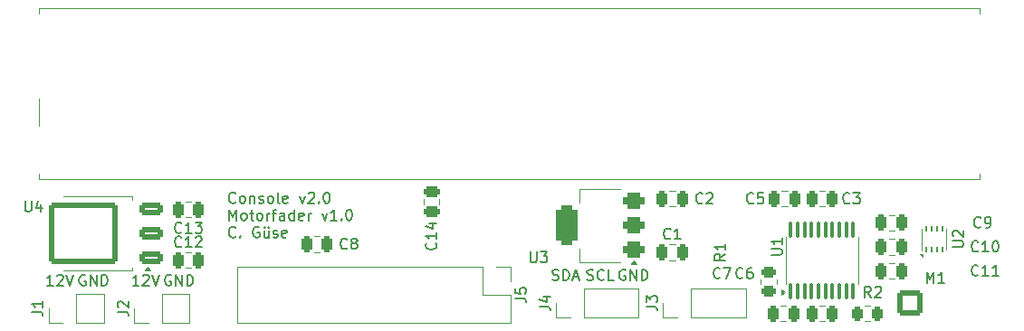
<source format=gto>
G04 #@! TF.GenerationSoftware,KiCad,Pcbnew,8.0.4*
G04 #@! TF.CreationDate,2024-09-22T20:29:30+02:00*
G04 #@! TF.ProjectId,Fader_Single,46616465-725f-4536-996e-676c652e6b69,rev?*
G04 #@! TF.SameCoordinates,Original*
G04 #@! TF.FileFunction,Legend,Top*
G04 #@! TF.FilePolarity,Positive*
%FSLAX46Y46*%
G04 Gerber Fmt 4.6, Leading zero omitted, Abs format (unit mm)*
G04 Created by KiCad (PCBNEW 8.0.4) date 2024-09-22 20:29:30*
%MOMM*%
%LPD*%
G01*
G04 APERTURE LIST*
G04 Aperture macros list*
%AMRoundRect*
0 Rectangle with rounded corners*
0 $1 Rounding radius*
0 $2 $3 $4 $5 $6 $7 $8 $9 X,Y pos of 4 corners*
0 Add a 4 corners polygon primitive as box body*
4,1,4,$2,$3,$4,$5,$6,$7,$8,$9,$2,$3,0*
0 Add four circle primitives for the rounded corners*
1,1,$1+$1,$2,$3*
1,1,$1+$1,$4,$5*
1,1,$1+$1,$6,$7*
1,1,$1+$1,$8,$9*
0 Add four rect primitives between the rounded corners*
20,1,$1+$1,$2,$3,$4,$5,0*
20,1,$1+$1,$4,$5,$6,$7,0*
20,1,$1+$1,$6,$7,$8,$9,0*
20,1,$1+$1,$8,$9,$2,$3,0*%
G04 Aperture macros list end*
%ADD10C,0.150000*%
%ADD11C,0.120000*%
%ADD12C,0.100000*%
%ADD13RoundRect,0.100000X0.100000X-0.637500X0.100000X0.637500X-0.100000X0.637500X-0.100000X-0.637500X0*%
%ADD14RoundRect,0.250000X0.850000X0.350000X-0.850000X0.350000X-0.850000X-0.350000X0.850000X-0.350000X0*%
%ADD15RoundRect,0.249997X2.950003X2.650003X-2.950003X2.650003X-2.950003X-2.650003X2.950003X-2.650003X0*%
%ADD16RoundRect,0.375000X0.625000X0.375000X-0.625000X0.375000X-0.625000X-0.375000X0.625000X-0.375000X0*%
%ADD17RoundRect,0.500000X0.500000X1.400000X-0.500000X1.400000X-0.500000X-1.400000X0.500000X-1.400000X0*%
%ADD18RoundRect,0.062500X0.062500X-0.187500X0.062500X0.187500X-0.062500X0.187500X-0.062500X-0.187500X0*%
%ADD19R,1.600000X0.900000*%
%ADD20RoundRect,0.250000X0.262500X0.450000X-0.262500X0.450000X-0.262500X-0.450000X0.262500X-0.450000X0*%
%ADD21RoundRect,0.250000X-0.450000X0.262500X-0.450000X-0.262500X0.450000X-0.262500X0.450000X0.262500X0*%
%ADD22RoundRect,0.250001X-0.899999X-0.899999X0.899999X-0.899999X0.899999X0.899999X-0.899999X0.899999X0*%
%ADD23C,2.300000*%
%ADD24R,1.700000X1.700000*%
%ADD25O,1.700000X1.700000*%
%ADD26RoundRect,0.250000X-0.475000X0.250000X-0.475000X-0.250000X0.475000X-0.250000X0.475000X0.250000X0*%
%ADD27RoundRect,0.250000X-0.250000X-0.475000X0.250000X-0.475000X0.250000X0.475000X-0.250000X0.475000X0*%
%ADD28RoundRect,0.250000X0.250000X0.475000X-0.250000X0.475000X-0.250000X-0.475000X0.250000X-0.475000X0*%
%ADD29C,3.000000*%
%ADD30C,2.000000*%
G04 APERTURE END LIST*
D10*
X161610588Y-103417438D02*
X161515350Y-103369819D01*
X161515350Y-103369819D02*
X161372493Y-103369819D01*
X161372493Y-103369819D02*
X161229636Y-103417438D01*
X161229636Y-103417438D02*
X161134398Y-103512676D01*
X161134398Y-103512676D02*
X161086779Y-103607914D01*
X161086779Y-103607914D02*
X161039160Y-103798390D01*
X161039160Y-103798390D02*
X161039160Y-103941247D01*
X161039160Y-103941247D02*
X161086779Y-104131723D01*
X161086779Y-104131723D02*
X161134398Y-104226961D01*
X161134398Y-104226961D02*
X161229636Y-104322200D01*
X161229636Y-104322200D02*
X161372493Y-104369819D01*
X161372493Y-104369819D02*
X161467731Y-104369819D01*
X161467731Y-104369819D02*
X161610588Y-104322200D01*
X161610588Y-104322200D02*
X161658207Y-104274580D01*
X161658207Y-104274580D02*
X161658207Y-103941247D01*
X161658207Y-103941247D02*
X161467731Y-103941247D01*
X162086779Y-104369819D02*
X162086779Y-103369819D01*
X162086779Y-103369819D02*
X162658207Y-104369819D01*
X162658207Y-104369819D02*
X162658207Y-103369819D01*
X163134398Y-104369819D02*
X163134398Y-103369819D01*
X163134398Y-103369819D02*
X163372493Y-103369819D01*
X163372493Y-103369819D02*
X163515350Y-103417438D01*
X163515350Y-103417438D02*
X163610588Y-103512676D01*
X163610588Y-103512676D02*
X163658207Y-103607914D01*
X163658207Y-103607914D02*
X163705826Y-103798390D01*
X163705826Y-103798390D02*
X163705826Y-103941247D01*
X163705826Y-103941247D02*
X163658207Y-104131723D01*
X163658207Y-104131723D02*
X163610588Y-104226961D01*
X163610588Y-104226961D02*
X163515350Y-104322200D01*
X163515350Y-104322200D02*
X163372493Y-104369819D01*
X163372493Y-104369819D02*
X163134398Y-104369819D01*
X158039160Y-104322200D02*
X158182017Y-104369819D01*
X158182017Y-104369819D02*
X158420112Y-104369819D01*
X158420112Y-104369819D02*
X158515350Y-104322200D01*
X158515350Y-104322200D02*
X158562969Y-104274580D01*
X158562969Y-104274580D02*
X158610588Y-104179342D01*
X158610588Y-104179342D02*
X158610588Y-104084104D01*
X158610588Y-104084104D02*
X158562969Y-103988866D01*
X158562969Y-103988866D02*
X158515350Y-103941247D01*
X158515350Y-103941247D02*
X158420112Y-103893628D01*
X158420112Y-103893628D02*
X158229636Y-103846009D01*
X158229636Y-103846009D02*
X158134398Y-103798390D01*
X158134398Y-103798390D02*
X158086779Y-103750771D01*
X158086779Y-103750771D02*
X158039160Y-103655533D01*
X158039160Y-103655533D02*
X158039160Y-103560295D01*
X158039160Y-103560295D02*
X158086779Y-103465057D01*
X158086779Y-103465057D02*
X158134398Y-103417438D01*
X158134398Y-103417438D02*
X158229636Y-103369819D01*
X158229636Y-103369819D02*
X158467731Y-103369819D01*
X158467731Y-103369819D02*
X158610588Y-103417438D01*
X159610588Y-104274580D02*
X159562969Y-104322200D01*
X159562969Y-104322200D02*
X159420112Y-104369819D01*
X159420112Y-104369819D02*
X159324874Y-104369819D01*
X159324874Y-104369819D02*
X159182017Y-104322200D01*
X159182017Y-104322200D02*
X159086779Y-104226961D01*
X159086779Y-104226961D02*
X159039160Y-104131723D01*
X159039160Y-104131723D02*
X158991541Y-103941247D01*
X158991541Y-103941247D02*
X158991541Y-103798390D01*
X158991541Y-103798390D02*
X159039160Y-103607914D01*
X159039160Y-103607914D02*
X159086779Y-103512676D01*
X159086779Y-103512676D02*
X159182017Y-103417438D01*
X159182017Y-103417438D02*
X159324874Y-103369819D01*
X159324874Y-103369819D02*
X159420112Y-103369819D01*
X159420112Y-103369819D02*
X159562969Y-103417438D01*
X159562969Y-103417438D02*
X159610588Y-103465057D01*
X160515350Y-104369819D02*
X160039160Y-104369819D01*
X160039160Y-104369819D02*
X160039160Y-103369819D01*
X154789160Y-104322200D02*
X154932017Y-104369819D01*
X154932017Y-104369819D02*
X155170112Y-104369819D01*
X155170112Y-104369819D02*
X155265350Y-104322200D01*
X155265350Y-104322200D02*
X155312969Y-104274580D01*
X155312969Y-104274580D02*
X155360588Y-104179342D01*
X155360588Y-104179342D02*
X155360588Y-104084104D01*
X155360588Y-104084104D02*
X155312969Y-103988866D01*
X155312969Y-103988866D02*
X155265350Y-103941247D01*
X155265350Y-103941247D02*
X155170112Y-103893628D01*
X155170112Y-103893628D02*
X154979636Y-103846009D01*
X154979636Y-103846009D02*
X154884398Y-103798390D01*
X154884398Y-103798390D02*
X154836779Y-103750771D01*
X154836779Y-103750771D02*
X154789160Y-103655533D01*
X154789160Y-103655533D02*
X154789160Y-103560295D01*
X154789160Y-103560295D02*
X154836779Y-103465057D01*
X154836779Y-103465057D02*
X154884398Y-103417438D01*
X154884398Y-103417438D02*
X154979636Y-103369819D01*
X154979636Y-103369819D02*
X155217731Y-103369819D01*
X155217731Y-103369819D02*
X155360588Y-103417438D01*
X155789160Y-104369819D02*
X155789160Y-103369819D01*
X155789160Y-103369819D02*
X156027255Y-103369819D01*
X156027255Y-103369819D02*
X156170112Y-103417438D01*
X156170112Y-103417438D02*
X156265350Y-103512676D01*
X156265350Y-103512676D02*
X156312969Y-103607914D01*
X156312969Y-103607914D02*
X156360588Y-103798390D01*
X156360588Y-103798390D02*
X156360588Y-103941247D01*
X156360588Y-103941247D02*
X156312969Y-104131723D01*
X156312969Y-104131723D02*
X156265350Y-104226961D01*
X156265350Y-104226961D02*
X156170112Y-104322200D01*
X156170112Y-104322200D02*
X156027255Y-104369819D01*
X156027255Y-104369819D02*
X155789160Y-104369819D01*
X156741541Y-104084104D02*
X157217731Y-104084104D01*
X156646303Y-104369819D02*
X156979636Y-103369819D01*
X156979636Y-103369819D02*
X157312969Y-104369819D01*
X116110588Y-104869819D02*
X115539160Y-104869819D01*
X115824874Y-104869819D02*
X115824874Y-103869819D01*
X115824874Y-103869819D02*
X115729636Y-104012676D01*
X115729636Y-104012676D02*
X115634398Y-104107914D01*
X115634398Y-104107914D02*
X115539160Y-104155533D01*
X116491541Y-103965057D02*
X116539160Y-103917438D01*
X116539160Y-103917438D02*
X116634398Y-103869819D01*
X116634398Y-103869819D02*
X116872493Y-103869819D01*
X116872493Y-103869819D02*
X116967731Y-103917438D01*
X116967731Y-103917438D02*
X117015350Y-103965057D01*
X117015350Y-103965057D02*
X117062969Y-104060295D01*
X117062969Y-104060295D02*
X117062969Y-104155533D01*
X117062969Y-104155533D02*
X117015350Y-104298390D01*
X117015350Y-104298390D02*
X116443922Y-104869819D01*
X116443922Y-104869819D02*
X117062969Y-104869819D01*
X117348684Y-103869819D02*
X117682017Y-104869819D01*
X117682017Y-104869819D02*
X118015350Y-103869819D01*
X119110588Y-103917438D02*
X119015350Y-103869819D01*
X119015350Y-103869819D02*
X118872493Y-103869819D01*
X118872493Y-103869819D02*
X118729636Y-103917438D01*
X118729636Y-103917438D02*
X118634398Y-104012676D01*
X118634398Y-104012676D02*
X118586779Y-104107914D01*
X118586779Y-104107914D02*
X118539160Y-104298390D01*
X118539160Y-104298390D02*
X118539160Y-104441247D01*
X118539160Y-104441247D02*
X118586779Y-104631723D01*
X118586779Y-104631723D02*
X118634398Y-104726961D01*
X118634398Y-104726961D02*
X118729636Y-104822200D01*
X118729636Y-104822200D02*
X118872493Y-104869819D01*
X118872493Y-104869819D02*
X118967731Y-104869819D01*
X118967731Y-104869819D02*
X119110588Y-104822200D01*
X119110588Y-104822200D02*
X119158207Y-104774580D01*
X119158207Y-104774580D02*
X119158207Y-104441247D01*
X119158207Y-104441247D02*
X118967731Y-104441247D01*
X119586779Y-104869819D02*
X119586779Y-103869819D01*
X119586779Y-103869819D02*
X120158207Y-104869819D01*
X120158207Y-104869819D02*
X120158207Y-103869819D01*
X120634398Y-104869819D02*
X120634398Y-103869819D01*
X120634398Y-103869819D02*
X120872493Y-103869819D01*
X120872493Y-103869819D02*
X121015350Y-103917438D01*
X121015350Y-103917438D02*
X121110588Y-104012676D01*
X121110588Y-104012676D02*
X121158207Y-104107914D01*
X121158207Y-104107914D02*
X121205826Y-104298390D01*
X121205826Y-104298390D02*
X121205826Y-104441247D01*
X121205826Y-104441247D02*
X121158207Y-104631723D01*
X121158207Y-104631723D02*
X121110588Y-104726961D01*
X121110588Y-104726961D02*
X121015350Y-104822200D01*
X121015350Y-104822200D02*
X120872493Y-104869819D01*
X120872493Y-104869819D02*
X120634398Y-104869819D01*
X111110588Y-103917438D02*
X111015350Y-103869819D01*
X111015350Y-103869819D02*
X110872493Y-103869819D01*
X110872493Y-103869819D02*
X110729636Y-103917438D01*
X110729636Y-103917438D02*
X110634398Y-104012676D01*
X110634398Y-104012676D02*
X110586779Y-104107914D01*
X110586779Y-104107914D02*
X110539160Y-104298390D01*
X110539160Y-104298390D02*
X110539160Y-104441247D01*
X110539160Y-104441247D02*
X110586779Y-104631723D01*
X110586779Y-104631723D02*
X110634398Y-104726961D01*
X110634398Y-104726961D02*
X110729636Y-104822200D01*
X110729636Y-104822200D02*
X110872493Y-104869819D01*
X110872493Y-104869819D02*
X110967731Y-104869819D01*
X110967731Y-104869819D02*
X111110588Y-104822200D01*
X111110588Y-104822200D02*
X111158207Y-104774580D01*
X111158207Y-104774580D02*
X111158207Y-104441247D01*
X111158207Y-104441247D02*
X110967731Y-104441247D01*
X111586779Y-104869819D02*
X111586779Y-103869819D01*
X111586779Y-103869819D02*
X112158207Y-104869819D01*
X112158207Y-104869819D02*
X112158207Y-103869819D01*
X112634398Y-104869819D02*
X112634398Y-103869819D01*
X112634398Y-103869819D02*
X112872493Y-103869819D01*
X112872493Y-103869819D02*
X113015350Y-103917438D01*
X113015350Y-103917438D02*
X113110588Y-104012676D01*
X113110588Y-104012676D02*
X113158207Y-104107914D01*
X113158207Y-104107914D02*
X113205826Y-104298390D01*
X113205826Y-104298390D02*
X113205826Y-104441247D01*
X113205826Y-104441247D02*
X113158207Y-104631723D01*
X113158207Y-104631723D02*
X113110588Y-104726961D01*
X113110588Y-104726961D02*
X113015350Y-104822200D01*
X113015350Y-104822200D02*
X112872493Y-104869819D01*
X112872493Y-104869819D02*
X112634398Y-104869819D01*
X108110588Y-104869819D02*
X107539160Y-104869819D01*
X107824874Y-104869819D02*
X107824874Y-103869819D01*
X107824874Y-103869819D02*
X107729636Y-104012676D01*
X107729636Y-104012676D02*
X107634398Y-104107914D01*
X107634398Y-104107914D02*
X107539160Y-104155533D01*
X108491541Y-103965057D02*
X108539160Y-103917438D01*
X108539160Y-103917438D02*
X108634398Y-103869819D01*
X108634398Y-103869819D02*
X108872493Y-103869819D01*
X108872493Y-103869819D02*
X108967731Y-103917438D01*
X108967731Y-103917438D02*
X109015350Y-103965057D01*
X109015350Y-103965057D02*
X109062969Y-104060295D01*
X109062969Y-104060295D02*
X109062969Y-104155533D01*
X109062969Y-104155533D02*
X109015350Y-104298390D01*
X109015350Y-104298390D02*
X108443922Y-104869819D01*
X108443922Y-104869819D02*
X109062969Y-104869819D01*
X109348684Y-103869819D02*
X109682017Y-104869819D01*
X109682017Y-104869819D02*
X110015350Y-103869819D01*
X125158207Y-97054692D02*
X125110588Y-97102312D01*
X125110588Y-97102312D02*
X124967731Y-97149931D01*
X124967731Y-97149931D02*
X124872493Y-97149931D01*
X124872493Y-97149931D02*
X124729636Y-97102312D01*
X124729636Y-97102312D02*
X124634398Y-97007073D01*
X124634398Y-97007073D02*
X124586779Y-96911835D01*
X124586779Y-96911835D02*
X124539160Y-96721359D01*
X124539160Y-96721359D02*
X124539160Y-96578502D01*
X124539160Y-96578502D02*
X124586779Y-96388026D01*
X124586779Y-96388026D02*
X124634398Y-96292788D01*
X124634398Y-96292788D02*
X124729636Y-96197550D01*
X124729636Y-96197550D02*
X124872493Y-96149931D01*
X124872493Y-96149931D02*
X124967731Y-96149931D01*
X124967731Y-96149931D02*
X125110588Y-96197550D01*
X125110588Y-96197550D02*
X125158207Y-96245169D01*
X125729636Y-97149931D02*
X125634398Y-97102312D01*
X125634398Y-97102312D02*
X125586779Y-97054692D01*
X125586779Y-97054692D02*
X125539160Y-96959454D01*
X125539160Y-96959454D02*
X125539160Y-96673740D01*
X125539160Y-96673740D02*
X125586779Y-96578502D01*
X125586779Y-96578502D02*
X125634398Y-96530883D01*
X125634398Y-96530883D02*
X125729636Y-96483264D01*
X125729636Y-96483264D02*
X125872493Y-96483264D01*
X125872493Y-96483264D02*
X125967731Y-96530883D01*
X125967731Y-96530883D02*
X126015350Y-96578502D01*
X126015350Y-96578502D02*
X126062969Y-96673740D01*
X126062969Y-96673740D02*
X126062969Y-96959454D01*
X126062969Y-96959454D02*
X126015350Y-97054692D01*
X126015350Y-97054692D02*
X125967731Y-97102312D01*
X125967731Y-97102312D02*
X125872493Y-97149931D01*
X125872493Y-97149931D02*
X125729636Y-97149931D01*
X126491541Y-96483264D02*
X126491541Y-97149931D01*
X126491541Y-96578502D02*
X126539160Y-96530883D01*
X126539160Y-96530883D02*
X126634398Y-96483264D01*
X126634398Y-96483264D02*
X126777255Y-96483264D01*
X126777255Y-96483264D02*
X126872493Y-96530883D01*
X126872493Y-96530883D02*
X126920112Y-96626121D01*
X126920112Y-96626121D02*
X126920112Y-97149931D01*
X127348684Y-97102312D02*
X127443922Y-97149931D01*
X127443922Y-97149931D02*
X127634398Y-97149931D01*
X127634398Y-97149931D02*
X127729636Y-97102312D01*
X127729636Y-97102312D02*
X127777255Y-97007073D01*
X127777255Y-97007073D02*
X127777255Y-96959454D01*
X127777255Y-96959454D02*
X127729636Y-96864216D01*
X127729636Y-96864216D02*
X127634398Y-96816597D01*
X127634398Y-96816597D02*
X127491541Y-96816597D01*
X127491541Y-96816597D02*
X127396303Y-96768978D01*
X127396303Y-96768978D02*
X127348684Y-96673740D01*
X127348684Y-96673740D02*
X127348684Y-96626121D01*
X127348684Y-96626121D02*
X127396303Y-96530883D01*
X127396303Y-96530883D02*
X127491541Y-96483264D01*
X127491541Y-96483264D02*
X127634398Y-96483264D01*
X127634398Y-96483264D02*
X127729636Y-96530883D01*
X128348684Y-97149931D02*
X128253446Y-97102312D01*
X128253446Y-97102312D02*
X128205827Y-97054692D01*
X128205827Y-97054692D02*
X128158208Y-96959454D01*
X128158208Y-96959454D02*
X128158208Y-96673740D01*
X128158208Y-96673740D02*
X128205827Y-96578502D01*
X128205827Y-96578502D02*
X128253446Y-96530883D01*
X128253446Y-96530883D02*
X128348684Y-96483264D01*
X128348684Y-96483264D02*
X128491541Y-96483264D01*
X128491541Y-96483264D02*
X128586779Y-96530883D01*
X128586779Y-96530883D02*
X128634398Y-96578502D01*
X128634398Y-96578502D02*
X128682017Y-96673740D01*
X128682017Y-96673740D02*
X128682017Y-96959454D01*
X128682017Y-96959454D02*
X128634398Y-97054692D01*
X128634398Y-97054692D02*
X128586779Y-97102312D01*
X128586779Y-97102312D02*
X128491541Y-97149931D01*
X128491541Y-97149931D02*
X128348684Y-97149931D01*
X129253446Y-97149931D02*
X129158208Y-97102312D01*
X129158208Y-97102312D02*
X129110589Y-97007073D01*
X129110589Y-97007073D02*
X129110589Y-96149931D01*
X130015351Y-97102312D02*
X129920113Y-97149931D01*
X129920113Y-97149931D02*
X129729637Y-97149931D01*
X129729637Y-97149931D02*
X129634399Y-97102312D01*
X129634399Y-97102312D02*
X129586780Y-97007073D01*
X129586780Y-97007073D02*
X129586780Y-96626121D01*
X129586780Y-96626121D02*
X129634399Y-96530883D01*
X129634399Y-96530883D02*
X129729637Y-96483264D01*
X129729637Y-96483264D02*
X129920113Y-96483264D01*
X129920113Y-96483264D02*
X130015351Y-96530883D01*
X130015351Y-96530883D02*
X130062970Y-96626121D01*
X130062970Y-96626121D02*
X130062970Y-96721359D01*
X130062970Y-96721359D02*
X129586780Y-96816597D01*
X131158209Y-96483264D02*
X131396304Y-97149931D01*
X131396304Y-97149931D02*
X131634399Y-96483264D01*
X131967733Y-96245169D02*
X132015352Y-96197550D01*
X132015352Y-96197550D02*
X132110590Y-96149931D01*
X132110590Y-96149931D02*
X132348685Y-96149931D01*
X132348685Y-96149931D02*
X132443923Y-96197550D01*
X132443923Y-96197550D02*
X132491542Y-96245169D01*
X132491542Y-96245169D02*
X132539161Y-96340407D01*
X132539161Y-96340407D02*
X132539161Y-96435645D01*
X132539161Y-96435645D02*
X132491542Y-96578502D01*
X132491542Y-96578502D02*
X131920114Y-97149931D01*
X131920114Y-97149931D02*
X132539161Y-97149931D01*
X132967733Y-97054692D02*
X133015352Y-97102312D01*
X133015352Y-97102312D02*
X132967733Y-97149931D01*
X132967733Y-97149931D02*
X132920114Y-97102312D01*
X132920114Y-97102312D02*
X132967733Y-97054692D01*
X132967733Y-97054692D02*
X132967733Y-97149931D01*
X133634399Y-96149931D02*
X133729637Y-96149931D01*
X133729637Y-96149931D02*
X133824875Y-96197550D01*
X133824875Y-96197550D02*
X133872494Y-96245169D01*
X133872494Y-96245169D02*
X133920113Y-96340407D01*
X133920113Y-96340407D02*
X133967732Y-96530883D01*
X133967732Y-96530883D02*
X133967732Y-96768978D01*
X133967732Y-96768978D02*
X133920113Y-96959454D01*
X133920113Y-96959454D02*
X133872494Y-97054692D01*
X133872494Y-97054692D02*
X133824875Y-97102312D01*
X133824875Y-97102312D02*
X133729637Y-97149931D01*
X133729637Y-97149931D02*
X133634399Y-97149931D01*
X133634399Y-97149931D02*
X133539161Y-97102312D01*
X133539161Y-97102312D02*
X133491542Y-97054692D01*
X133491542Y-97054692D02*
X133443923Y-96959454D01*
X133443923Y-96959454D02*
X133396304Y-96768978D01*
X133396304Y-96768978D02*
X133396304Y-96530883D01*
X133396304Y-96530883D02*
X133443923Y-96340407D01*
X133443923Y-96340407D02*
X133491542Y-96245169D01*
X133491542Y-96245169D02*
X133539161Y-96197550D01*
X133539161Y-96197550D02*
X133634399Y-96149931D01*
X124586779Y-98759875D02*
X124586779Y-97759875D01*
X124586779Y-97759875D02*
X124920112Y-98474160D01*
X124920112Y-98474160D02*
X125253445Y-97759875D01*
X125253445Y-97759875D02*
X125253445Y-98759875D01*
X125872493Y-98759875D02*
X125777255Y-98712256D01*
X125777255Y-98712256D02*
X125729636Y-98664636D01*
X125729636Y-98664636D02*
X125682017Y-98569398D01*
X125682017Y-98569398D02*
X125682017Y-98283684D01*
X125682017Y-98283684D02*
X125729636Y-98188446D01*
X125729636Y-98188446D02*
X125777255Y-98140827D01*
X125777255Y-98140827D02*
X125872493Y-98093208D01*
X125872493Y-98093208D02*
X126015350Y-98093208D01*
X126015350Y-98093208D02*
X126110588Y-98140827D01*
X126110588Y-98140827D02*
X126158207Y-98188446D01*
X126158207Y-98188446D02*
X126205826Y-98283684D01*
X126205826Y-98283684D02*
X126205826Y-98569398D01*
X126205826Y-98569398D02*
X126158207Y-98664636D01*
X126158207Y-98664636D02*
X126110588Y-98712256D01*
X126110588Y-98712256D02*
X126015350Y-98759875D01*
X126015350Y-98759875D02*
X125872493Y-98759875D01*
X126491541Y-98093208D02*
X126872493Y-98093208D01*
X126634398Y-97759875D02*
X126634398Y-98617017D01*
X126634398Y-98617017D02*
X126682017Y-98712256D01*
X126682017Y-98712256D02*
X126777255Y-98759875D01*
X126777255Y-98759875D02*
X126872493Y-98759875D01*
X127348684Y-98759875D02*
X127253446Y-98712256D01*
X127253446Y-98712256D02*
X127205827Y-98664636D01*
X127205827Y-98664636D02*
X127158208Y-98569398D01*
X127158208Y-98569398D02*
X127158208Y-98283684D01*
X127158208Y-98283684D02*
X127205827Y-98188446D01*
X127205827Y-98188446D02*
X127253446Y-98140827D01*
X127253446Y-98140827D02*
X127348684Y-98093208D01*
X127348684Y-98093208D02*
X127491541Y-98093208D01*
X127491541Y-98093208D02*
X127586779Y-98140827D01*
X127586779Y-98140827D02*
X127634398Y-98188446D01*
X127634398Y-98188446D02*
X127682017Y-98283684D01*
X127682017Y-98283684D02*
X127682017Y-98569398D01*
X127682017Y-98569398D02*
X127634398Y-98664636D01*
X127634398Y-98664636D02*
X127586779Y-98712256D01*
X127586779Y-98712256D02*
X127491541Y-98759875D01*
X127491541Y-98759875D02*
X127348684Y-98759875D01*
X128110589Y-98759875D02*
X128110589Y-98093208D01*
X128110589Y-98283684D02*
X128158208Y-98188446D01*
X128158208Y-98188446D02*
X128205827Y-98140827D01*
X128205827Y-98140827D02*
X128301065Y-98093208D01*
X128301065Y-98093208D02*
X128396303Y-98093208D01*
X128586780Y-98093208D02*
X128967732Y-98093208D01*
X128729637Y-98759875D02*
X128729637Y-97902732D01*
X128729637Y-97902732D02*
X128777256Y-97807494D01*
X128777256Y-97807494D02*
X128872494Y-97759875D01*
X128872494Y-97759875D02*
X128967732Y-97759875D01*
X129729637Y-98759875D02*
X129729637Y-98236065D01*
X129729637Y-98236065D02*
X129682018Y-98140827D01*
X129682018Y-98140827D02*
X129586780Y-98093208D01*
X129586780Y-98093208D02*
X129396304Y-98093208D01*
X129396304Y-98093208D02*
X129301066Y-98140827D01*
X129729637Y-98712256D02*
X129634399Y-98759875D01*
X129634399Y-98759875D02*
X129396304Y-98759875D01*
X129396304Y-98759875D02*
X129301066Y-98712256D01*
X129301066Y-98712256D02*
X129253447Y-98617017D01*
X129253447Y-98617017D02*
X129253447Y-98521779D01*
X129253447Y-98521779D02*
X129301066Y-98426541D01*
X129301066Y-98426541D02*
X129396304Y-98378922D01*
X129396304Y-98378922D02*
X129634399Y-98378922D01*
X129634399Y-98378922D02*
X129729637Y-98331303D01*
X130634399Y-98759875D02*
X130634399Y-97759875D01*
X130634399Y-98712256D02*
X130539161Y-98759875D01*
X130539161Y-98759875D02*
X130348685Y-98759875D01*
X130348685Y-98759875D02*
X130253447Y-98712256D01*
X130253447Y-98712256D02*
X130205828Y-98664636D01*
X130205828Y-98664636D02*
X130158209Y-98569398D01*
X130158209Y-98569398D02*
X130158209Y-98283684D01*
X130158209Y-98283684D02*
X130205828Y-98188446D01*
X130205828Y-98188446D02*
X130253447Y-98140827D01*
X130253447Y-98140827D02*
X130348685Y-98093208D01*
X130348685Y-98093208D02*
X130539161Y-98093208D01*
X130539161Y-98093208D02*
X130634399Y-98140827D01*
X131491542Y-98712256D02*
X131396304Y-98759875D01*
X131396304Y-98759875D02*
X131205828Y-98759875D01*
X131205828Y-98759875D02*
X131110590Y-98712256D01*
X131110590Y-98712256D02*
X131062971Y-98617017D01*
X131062971Y-98617017D02*
X131062971Y-98236065D01*
X131062971Y-98236065D02*
X131110590Y-98140827D01*
X131110590Y-98140827D02*
X131205828Y-98093208D01*
X131205828Y-98093208D02*
X131396304Y-98093208D01*
X131396304Y-98093208D02*
X131491542Y-98140827D01*
X131491542Y-98140827D02*
X131539161Y-98236065D01*
X131539161Y-98236065D02*
X131539161Y-98331303D01*
X131539161Y-98331303D02*
X131062971Y-98426541D01*
X131967733Y-98759875D02*
X131967733Y-98093208D01*
X131967733Y-98283684D02*
X132015352Y-98188446D01*
X132015352Y-98188446D02*
X132062971Y-98140827D01*
X132062971Y-98140827D02*
X132158209Y-98093208D01*
X132158209Y-98093208D02*
X132253447Y-98093208D01*
X133253448Y-98093208D02*
X133491543Y-98759875D01*
X133491543Y-98759875D02*
X133729638Y-98093208D01*
X134634400Y-98759875D02*
X134062972Y-98759875D01*
X134348686Y-98759875D02*
X134348686Y-97759875D01*
X134348686Y-97759875D02*
X134253448Y-97902732D01*
X134253448Y-97902732D02*
X134158210Y-97997970D01*
X134158210Y-97997970D02*
X134062972Y-98045589D01*
X135062972Y-98664636D02*
X135110591Y-98712256D01*
X135110591Y-98712256D02*
X135062972Y-98759875D01*
X135062972Y-98759875D02*
X135015353Y-98712256D01*
X135015353Y-98712256D02*
X135062972Y-98664636D01*
X135062972Y-98664636D02*
X135062972Y-98759875D01*
X135729638Y-97759875D02*
X135824876Y-97759875D01*
X135824876Y-97759875D02*
X135920114Y-97807494D01*
X135920114Y-97807494D02*
X135967733Y-97855113D01*
X135967733Y-97855113D02*
X136015352Y-97950351D01*
X136015352Y-97950351D02*
X136062971Y-98140827D01*
X136062971Y-98140827D02*
X136062971Y-98378922D01*
X136062971Y-98378922D02*
X136015352Y-98569398D01*
X136015352Y-98569398D02*
X135967733Y-98664636D01*
X135967733Y-98664636D02*
X135920114Y-98712256D01*
X135920114Y-98712256D02*
X135824876Y-98759875D01*
X135824876Y-98759875D02*
X135729638Y-98759875D01*
X135729638Y-98759875D02*
X135634400Y-98712256D01*
X135634400Y-98712256D02*
X135586781Y-98664636D01*
X135586781Y-98664636D02*
X135539162Y-98569398D01*
X135539162Y-98569398D02*
X135491543Y-98378922D01*
X135491543Y-98378922D02*
X135491543Y-98140827D01*
X135491543Y-98140827D02*
X135539162Y-97950351D01*
X135539162Y-97950351D02*
X135586781Y-97855113D01*
X135586781Y-97855113D02*
X135634400Y-97807494D01*
X135634400Y-97807494D02*
X135729638Y-97759875D01*
X125158207Y-100274580D02*
X125110588Y-100322200D01*
X125110588Y-100322200D02*
X124967731Y-100369819D01*
X124967731Y-100369819D02*
X124872493Y-100369819D01*
X124872493Y-100369819D02*
X124729636Y-100322200D01*
X124729636Y-100322200D02*
X124634398Y-100226961D01*
X124634398Y-100226961D02*
X124586779Y-100131723D01*
X124586779Y-100131723D02*
X124539160Y-99941247D01*
X124539160Y-99941247D02*
X124539160Y-99798390D01*
X124539160Y-99798390D02*
X124586779Y-99607914D01*
X124586779Y-99607914D02*
X124634398Y-99512676D01*
X124634398Y-99512676D02*
X124729636Y-99417438D01*
X124729636Y-99417438D02*
X124872493Y-99369819D01*
X124872493Y-99369819D02*
X124967731Y-99369819D01*
X124967731Y-99369819D02*
X125110588Y-99417438D01*
X125110588Y-99417438D02*
X125158207Y-99465057D01*
X125586779Y-100274580D02*
X125634398Y-100322200D01*
X125634398Y-100322200D02*
X125586779Y-100369819D01*
X125586779Y-100369819D02*
X125539160Y-100322200D01*
X125539160Y-100322200D02*
X125586779Y-100274580D01*
X125586779Y-100274580D02*
X125586779Y-100369819D01*
X127348683Y-99417438D02*
X127253445Y-99369819D01*
X127253445Y-99369819D02*
X127110588Y-99369819D01*
X127110588Y-99369819D02*
X126967731Y-99417438D01*
X126967731Y-99417438D02*
X126872493Y-99512676D01*
X126872493Y-99512676D02*
X126824874Y-99607914D01*
X126824874Y-99607914D02*
X126777255Y-99798390D01*
X126777255Y-99798390D02*
X126777255Y-99941247D01*
X126777255Y-99941247D02*
X126824874Y-100131723D01*
X126824874Y-100131723D02*
X126872493Y-100226961D01*
X126872493Y-100226961D02*
X126967731Y-100322200D01*
X126967731Y-100322200D02*
X127110588Y-100369819D01*
X127110588Y-100369819D02*
X127205826Y-100369819D01*
X127205826Y-100369819D02*
X127348683Y-100322200D01*
X127348683Y-100322200D02*
X127396302Y-100274580D01*
X127396302Y-100274580D02*
X127396302Y-99941247D01*
X127396302Y-99941247D02*
X127205826Y-99941247D01*
X128253445Y-99703152D02*
X128253445Y-100369819D01*
X127824874Y-99703152D02*
X127824874Y-100226961D01*
X127824874Y-100226961D02*
X127872493Y-100322200D01*
X127872493Y-100322200D02*
X127967731Y-100369819D01*
X127967731Y-100369819D02*
X128110588Y-100369819D01*
X128110588Y-100369819D02*
X128205826Y-100322200D01*
X128205826Y-100322200D02*
X128253445Y-100274580D01*
X127872493Y-99369819D02*
X127920112Y-99417438D01*
X127920112Y-99417438D02*
X127872493Y-99465057D01*
X127872493Y-99465057D02*
X127824874Y-99417438D01*
X127824874Y-99417438D02*
X127872493Y-99369819D01*
X127872493Y-99369819D02*
X127872493Y-99465057D01*
X128253445Y-99369819D02*
X128301064Y-99417438D01*
X128301064Y-99417438D02*
X128253445Y-99465057D01*
X128253445Y-99465057D02*
X128205826Y-99417438D01*
X128205826Y-99417438D02*
X128253445Y-99369819D01*
X128253445Y-99369819D02*
X128253445Y-99465057D01*
X128682017Y-100322200D02*
X128777255Y-100369819D01*
X128777255Y-100369819D02*
X128967731Y-100369819D01*
X128967731Y-100369819D02*
X129062969Y-100322200D01*
X129062969Y-100322200D02*
X129110588Y-100226961D01*
X129110588Y-100226961D02*
X129110588Y-100179342D01*
X129110588Y-100179342D02*
X129062969Y-100084104D01*
X129062969Y-100084104D02*
X128967731Y-100036485D01*
X128967731Y-100036485D02*
X128824874Y-100036485D01*
X128824874Y-100036485D02*
X128729636Y-99988866D01*
X128729636Y-99988866D02*
X128682017Y-99893628D01*
X128682017Y-99893628D02*
X128682017Y-99846009D01*
X128682017Y-99846009D02*
X128729636Y-99750771D01*
X128729636Y-99750771D02*
X128824874Y-99703152D01*
X128824874Y-99703152D02*
X128967731Y-99703152D01*
X128967731Y-99703152D02*
X129062969Y-99750771D01*
X129920112Y-100322200D02*
X129824874Y-100369819D01*
X129824874Y-100369819D02*
X129634398Y-100369819D01*
X129634398Y-100369819D02*
X129539160Y-100322200D01*
X129539160Y-100322200D02*
X129491541Y-100226961D01*
X129491541Y-100226961D02*
X129491541Y-99846009D01*
X129491541Y-99846009D02*
X129539160Y-99750771D01*
X129539160Y-99750771D02*
X129634398Y-99703152D01*
X129634398Y-99703152D02*
X129824874Y-99703152D01*
X129824874Y-99703152D02*
X129920112Y-99750771D01*
X129920112Y-99750771D02*
X129967731Y-99846009D01*
X129967731Y-99846009D02*
X129967731Y-99941247D01*
X129967731Y-99941247D02*
X129491541Y-100036485D01*
X175254819Y-102011904D02*
X176064342Y-102011904D01*
X176064342Y-102011904D02*
X176159580Y-101964285D01*
X176159580Y-101964285D02*
X176207200Y-101916666D01*
X176207200Y-101916666D02*
X176254819Y-101821428D01*
X176254819Y-101821428D02*
X176254819Y-101630952D01*
X176254819Y-101630952D02*
X176207200Y-101535714D01*
X176207200Y-101535714D02*
X176159580Y-101488095D01*
X176159580Y-101488095D02*
X176064342Y-101440476D01*
X176064342Y-101440476D02*
X175254819Y-101440476D01*
X176254819Y-100440476D02*
X176254819Y-101011904D01*
X176254819Y-100726190D02*
X175254819Y-100726190D01*
X175254819Y-100726190D02*
X175397676Y-100821428D01*
X175397676Y-100821428D02*
X175492914Y-100916666D01*
X175492914Y-100916666D02*
X175540533Y-101011904D01*
X105488095Y-96954819D02*
X105488095Y-97764342D01*
X105488095Y-97764342D02*
X105535714Y-97859580D01*
X105535714Y-97859580D02*
X105583333Y-97907200D01*
X105583333Y-97907200D02*
X105678571Y-97954819D01*
X105678571Y-97954819D02*
X105869047Y-97954819D01*
X105869047Y-97954819D02*
X105964285Y-97907200D01*
X105964285Y-97907200D02*
X106011904Y-97859580D01*
X106011904Y-97859580D02*
X106059523Y-97764342D01*
X106059523Y-97764342D02*
X106059523Y-96954819D01*
X106964285Y-97288152D02*
X106964285Y-97954819D01*
X106726190Y-96907200D02*
X106488095Y-97621485D01*
X106488095Y-97621485D02*
X107107142Y-97621485D01*
X152738095Y-101704819D02*
X152738095Y-102514342D01*
X152738095Y-102514342D02*
X152785714Y-102609580D01*
X152785714Y-102609580D02*
X152833333Y-102657200D01*
X152833333Y-102657200D02*
X152928571Y-102704819D01*
X152928571Y-102704819D02*
X153119047Y-102704819D01*
X153119047Y-102704819D02*
X153214285Y-102657200D01*
X153214285Y-102657200D02*
X153261904Y-102609580D01*
X153261904Y-102609580D02*
X153309523Y-102514342D01*
X153309523Y-102514342D02*
X153309523Y-101704819D01*
X153690476Y-101704819D02*
X154309523Y-101704819D01*
X154309523Y-101704819D02*
X153976190Y-102085771D01*
X153976190Y-102085771D02*
X154119047Y-102085771D01*
X154119047Y-102085771D02*
X154214285Y-102133390D01*
X154214285Y-102133390D02*
X154261904Y-102181009D01*
X154261904Y-102181009D02*
X154309523Y-102276247D01*
X154309523Y-102276247D02*
X154309523Y-102514342D01*
X154309523Y-102514342D02*
X154261904Y-102609580D01*
X154261904Y-102609580D02*
X154214285Y-102657200D01*
X154214285Y-102657200D02*
X154119047Y-102704819D01*
X154119047Y-102704819D02*
X153833333Y-102704819D01*
X153833333Y-102704819D02*
X153738095Y-102657200D01*
X153738095Y-102657200D02*
X153690476Y-102609580D01*
X192204819Y-101261904D02*
X193014342Y-101261904D01*
X193014342Y-101261904D02*
X193109580Y-101214285D01*
X193109580Y-101214285D02*
X193157200Y-101166666D01*
X193157200Y-101166666D02*
X193204819Y-101071428D01*
X193204819Y-101071428D02*
X193204819Y-100880952D01*
X193204819Y-100880952D02*
X193157200Y-100785714D01*
X193157200Y-100785714D02*
X193109580Y-100738095D01*
X193109580Y-100738095D02*
X193014342Y-100690476D01*
X193014342Y-100690476D02*
X192204819Y-100690476D01*
X192300057Y-100261904D02*
X192252438Y-100214285D01*
X192252438Y-100214285D02*
X192204819Y-100119047D01*
X192204819Y-100119047D02*
X192204819Y-99880952D01*
X192204819Y-99880952D02*
X192252438Y-99785714D01*
X192252438Y-99785714D02*
X192300057Y-99738095D01*
X192300057Y-99738095D02*
X192395295Y-99690476D01*
X192395295Y-99690476D02*
X192490533Y-99690476D01*
X192490533Y-99690476D02*
X192633390Y-99738095D01*
X192633390Y-99738095D02*
X193204819Y-100309523D01*
X193204819Y-100309523D02*
X193204819Y-99690476D01*
X184583333Y-105954819D02*
X184250000Y-105478628D01*
X184011905Y-105954819D02*
X184011905Y-104954819D01*
X184011905Y-104954819D02*
X184392857Y-104954819D01*
X184392857Y-104954819D02*
X184488095Y-105002438D01*
X184488095Y-105002438D02*
X184535714Y-105050057D01*
X184535714Y-105050057D02*
X184583333Y-105145295D01*
X184583333Y-105145295D02*
X184583333Y-105288152D01*
X184583333Y-105288152D02*
X184535714Y-105383390D01*
X184535714Y-105383390D02*
X184488095Y-105431009D01*
X184488095Y-105431009D02*
X184392857Y-105478628D01*
X184392857Y-105478628D02*
X184011905Y-105478628D01*
X184964286Y-105050057D02*
X185011905Y-105002438D01*
X185011905Y-105002438D02*
X185107143Y-104954819D01*
X185107143Y-104954819D02*
X185345238Y-104954819D01*
X185345238Y-104954819D02*
X185440476Y-105002438D01*
X185440476Y-105002438D02*
X185488095Y-105050057D01*
X185488095Y-105050057D02*
X185535714Y-105145295D01*
X185535714Y-105145295D02*
X185535714Y-105240533D01*
X185535714Y-105240533D02*
X185488095Y-105383390D01*
X185488095Y-105383390D02*
X184916667Y-105954819D01*
X184916667Y-105954819D02*
X185535714Y-105954819D01*
X170954819Y-101916666D02*
X170478628Y-102249999D01*
X170954819Y-102488094D02*
X169954819Y-102488094D01*
X169954819Y-102488094D02*
X169954819Y-102107142D01*
X169954819Y-102107142D02*
X170002438Y-102011904D01*
X170002438Y-102011904D02*
X170050057Y-101964285D01*
X170050057Y-101964285D02*
X170145295Y-101916666D01*
X170145295Y-101916666D02*
X170288152Y-101916666D01*
X170288152Y-101916666D02*
X170383390Y-101964285D01*
X170383390Y-101964285D02*
X170431009Y-102011904D01*
X170431009Y-102011904D02*
X170478628Y-102107142D01*
X170478628Y-102107142D02*
X170478628Y-102488094D01*
X170954819Y-100964285D02*
X170954819Y-101535713D01*
X170954819Y-101249999D02*
X169954819Y-101249999D01*
X169954819Y-101249999D02*
X170097676Y-101345237D01*
X170097676Y-101345237D02*
X170192914Y-101440475D01*
X170192914Y-101440475D02*
X170240533Y-101535713D01*
X189790476Y-104604819D02*
X189790476Y-103604819D01*
X189790476Y-103604819D02*
X190123809Y-104319104D01*
X190123809Y-104319104D02*
X190457142Y-103604819D01*
X190457142Y-103604819D02*
X190457142Y-104604819D01*
X191457142Y-104604819D02*
X190885714Y-104604819D01*
X191171428Y-104604819D02*
X191171428Y-103604819D01*
X191171428Y-103604819D02*
X191076190Y-103747676D01*
X191076190Y-103747676D02*
X190980952Y-103842914D01*
X190980952Y-103842914D02*
X190885714Y-103890533D01*
X151314819Y-106063333D02*
X152029104Y-106063333D01*
X152029104Y-106063333D02*
X152171961Y-106110952D01*
X152171961Y-106110952D02*
X152267200Y-106206190D01*
X152267200Y-106206190D02*
X152314819Y-106349047D01*
X152314819Y-106349047D02*
X152314819Y-106444285D01*
X151314819Y-105110952D02*
X151314819Y-105587142D01*
X151314819Y-105587142D02*
X151791009Y-105634761D01*
X151791009Y-105634761D02*
X151743390Y-105587142D01*
X151743390Y-105587142D02*
X151695771Y-105491904D01*
X151695771Y-105491904D02*
X151695771Y-105253809D01*
X151695771Y-105253809D02*
X151743390Y-105158571D01*
X151743390Y-105158571D02*
X151791009Y-105110952D01*
X151791009Y-105110952D02*
X151886247Y-105063333D01*
X151886247Y-105063333D02*
X152124342Y-105063333D01*
X152124342Y-105063333D02*
X152219580Y-105110952D01*
X152219580Y-105110952D02*
X152267200Y-105158571D01*
X152267200Y-105158571D02*
X152314819Y-105253809D01*
X152314819Y-105253809D02*
X152314819Y-105491904D01*
X152314819Y-105491904D02*
X152267200Y-105587142D01*
X152267200Y-105587142D02*
X152219580Y-105634761D01*
X153569819Y-106833333D02*
X154284104Y-106833333D01*
X154284104Y-106833333D02*
X154426961Y-106880952D01*
X154426961Y-106880952D02*
X154522200Y-106976190D01*
X154522200Y-106976190D02*
X154569819Y-107119047D01*
X154569819Y-107119047D02*
X154569819Y-107214285D01*
X153903152Y-105928571D02*
X154569819Y-105928571D01*
X153522200Y-106166666D02*
X154236485Y-106404761D01*
X154236485Y-106404761D02*
X154236485Y-105785714D01*
X163584819Y-106833333D02*
X164299104Y-106833333D01*
X164299104Y-106833333D02*
X164441961Y-106880952D01*
X164441961Y-106880952D02*
X164537200Y-106976190D01*
X164537200Y-106976190D02*
X164584819Y-107119047D01*
X164584819Y-107119047D02*
X164584819Y-107214285D01*
X163584819Y-106452380D02*
X163584819Y-105833333D01*
X163584819Y-105833333D02*
X163965771Y-106166666D01*
X163965771Y-106166666D02*
X163965771Y-106023809D01*
X163965771Y-106023809D02*
X164013390Y-105928571D01*
X164013390Y-105928571D02*
X164061009Y-105880952D01*
X164061009Y-105880952D02*
X164156247Y-105833333D01*
X164156247Y-105833333D02*
X164394342Y-105833333D01*
X164394342Y-105833333D02*
X164489580Y-105880952D01*
X164489580Y-105880952D02*
X164537200Y-105928571D01*
X164537200Y-105928571D02*
X164584819Y-106023809D01*
X164584819Y-106023809D02*
X164584819Y-106309523D01*
X164584819Y-106309523D02*
X164537200Y-106404761D01*
X164537200Y-106404761D02*
X164489580Y-106452380D01*
X114124819Y-107333333D02*
X114839104Y-107333333D01*
X114839104Y-107333333D02*
X114981961Y-107380952D01*
X114981961Y-107380952D02*
X115077200Y-107476190D01*
X115077200Y-107476190D02*
X115124819Y-107619047D01*
X115124819Y-107619047D02*
X115124819Y-107714285D01*
X114220057Y-106904761D02*
X114172438Y-106857142D01*
X114172438Y-106857142D02*
X114124819Y-106761904D01*
X114124819Y-106761904D02*
X114124819Y-106523809D01*
X114124819Y-106523809D02*
X114172438Y-106428571D01*
X114172438Y-106428571D02*
X114220057Y-106380952D01*
X114220057Y-106380952D02*
X114315295Y-106333333D01*
X114315295Y-106333333D02*
X114410533Y-106333333D01*
X114410533Y-106333333D02*
X114553390Y-106380952D01*
X114553390Y-106380952D02*
X115124819Y-106952380D01*
X115124819Y-106952380D02*
X115124819Y-106333333D01*
X106124819Y-107333333D02*
X106839104Y-107333333D01*
X106839104Y-107333333D02*
X106981961Y-107380952D01*
X106981961Y-107380952D02*
X107077200Y-107476190D01*
X107077200Y-107476190D02*
X107124819Y-107619047D01*
X107124819Y-107619047D02*
X107124819Y-107714285D01*
X107124819Y-106333333D02*
X107124819Y-106904761D01*
X107124819Y-106619047D02*
X106124819Y-106619047D01*
X106124819Y-106619047D02*
X106267676Y-106714285D01*
X106267676Y-106714285D02*
X106362914Y-106809523D01*
X106362914Y-106809523D02*
X106410533Y-106904761D01*
X143859580Y-100892857D02*
X143907200Y-100940476D01*
X143907200Y-100940476D02*
X143954819Y-101083333D01*
X143954819Y-101083333D02*
X143954819Y-101178571D01*
X143954819Y-101178571D02*
X143907200Y-101321428D01*
X143907200Y-101321428D02*
X143811961Y-101416666D01*
X143811961Y-101416666D02*
X143716723Y-101464285D01*
X143716723Y-101464285D02*
X143526247Y-101511904D01*
X143526247Y-101511904D02*
X143383390Y-101511904D01*
X143383390Y-101511904D02*
X143192914Y-101464285D01*
X143192914Y-101464285D02*
X143097676Y-101416666D01*
X143097676Y-101416666D02*
X143002438Y-101321428D01*
X143002438Y-101321428D02*
X142954819Y-101178571D01*
X142954819Y-101178571D02*
X142954819Y-101083333D01*
X142954819Y-101083333D02*
X143002438Y-100940476D01*
X143002438Y-100940476D02*
X143050057Y-100892857D01*
X143954819Y-99940476D02*
X143954819Y-100511904D01*
X143954819Y-100226190D02*
X142954819Y-100226190D01*
X142954819Y-100226190D02*
X143097676Y-100321428D01*
X143097676Y-100321428D02*
X143192914Y-100416666D01*
X143192914Y-100416666D02*
X143240533Y-100511904D01*
X143288152Y-99083333D02*
X143954819Y-99083333D01*
X142907200Y-99321428D02*
X143621485Y-99559523D01*
X143621485Y-99559523D02*
X143621485Y-98940476D01*
X120107142Y-99859580D02*
X120059523Y-99907200D01*
X120059523Y-99907200D02*
X119916666Y-99954819D01*
X119916666Y-99954819D02*
X119821428Y-99954819D01*
X119821428Y-99954819D02*
X119678571Y-99907200D01*
X119678571Y-99907200D02*
X119583333Y-99811961D01*
X119583333Y-99811961D02*
X119535714Y-99716723D01*
X119535714Y-99716723D02*
X119488095Y-99526247D01*
X119488095Y-99526247D02*
X119488095Y-99383390D01*
X119488095Y-99383390D02*
X119535714Y-99192914D01*
X119535714Y-99192914D02*
X119583333Y-99097676D01*
X119583333Y-99097676D02*
X119678571Y-99002438D01*
X119678571Y-99002438D02*
X119821428Y-98954819D01*
X119821428Y-98954819D02*
X119916666Y-98954819D01*
X119916666Y-98954819D02*
X120059523Y-99002438D01*
X120059523Y-99002438D02*
X120107142Y-99050057D01*
X121059523Y-99954819D02*
X120488095Y-99954819D01*
X120773809Y-99954819D02*
X120773809Y-98954819D01*
X120773809Y-98954819D02*
X120678571Y-99097676D01*
X120678571Y-99097676D02*
X120583333Y-99192914D01*
X120583333Y-99192914D02*
X120488095Y-99240533D01*
X121392857Y-98954819D02*
X122011904Y-98954819D01*
X122011904Y-98954819D02*
X121678571Y-99335771D01*
X121678571Y-99335771D02*
X121821428Y-99335771D01*
X121821428Y-99335771D02*
X121916666Y-99383390D01*
X121916666Y-99383390D02*
X121964285Y-99431009D01*
X121964285Y-99431009D02*
X122011904Y-99526247D01*
X122011904Y-99526247D02*
X122011904Y-99764342D01*
X122011904Y-99764342D02*
X121964285Y-99859580D01*
X121964285Y-99859580D02*
X121916666Y-99907200D01*
X121916666Y-99907200D02*
X121821428Y-99954819D01*
X121821428Y-99954819D02*
X121535714Y-99954819D01*
X121535714Y-99954819D02*
X121440476Y-99907200D01*
X121440476Y-99907200D02*
X121392857Y-99859580D01*
X120107142Y-101179580D02*
X120059523Y-101227200D01*
X120059523Y-101227200D02*
X119916666Y-101274819D01*
X119916666Y-101274819D02*
X119821428Y-101274819D01*
X119821428Y-101274819D02*
X119678571Y-101227200D01*
X119678571Y-101227200D02*
X119583333Y-101131961D01*
X119583333Y-101131961D02*
X119535714Y-101036723D01*
X119535714Y-101036723D02*
X119488095Y-100846247D01*
X119488095Y-100846247D02*
X119488095Y-100703390D01*
X119488095Y-100703390D02*
X119535714Y-100512914D01*
X119535714Y-100512914D02*
X119583333Y-100417676D01*
X119583333Y-100417676D02*
X119678571Y-100322438D01*
X119678571Y-100322438D02*
X119821428Y-100274819D01*
X119821428Y-100274819D02*
X119916666Y-100274819D01*
X119916666Y-100274819D02*
X120059523Y-100322438D01*
X120059523Y-100322438D02*
X120107142Y-100370057D01*
X121059523Y-101274819D02*
X120488095Y-101274819D01*
X120773809Y-101274819D02*
X120773809Y-100274819D01*
X120773809Y-100274819D02*
X120678571Y-100417676D01*
X120678571Y-100417676D02*
X120583333Y-100512914D01*
X120583333Y-100512914D02*
X120488095Y-100560533D01*
X121440476Y-100370057D02*
X121488095Y-100322438D01*
X121488095Y-100322438D02*
X121583333Y-100274819D01*
X121583333Y-100274819D02*
X121821428Y-100274819D01*
X121821428Y-100274819D02*
X121916666Y-100322438D01*
X121916666Y-100322438D02*
X121964285Y-100370057D01*
X121964285Y-100370057D02*
X122011904Y-100465295D01*
X122011904Y-100465295D02*
X122011904Y-100560533D01*
X122011904Y-100560533D02*
X121964285Y-100703390D01*
X121964285Y-100703390D02*
X121392857Y-101274819D01*
X121392857Y-101274819D02*
X122011904Y-101274819D01*
X194607142Y-103859580D02*
X194559523Y-103907200D01*
X194559523Y-103907200D02*
X194416666Y-103954819D01*
X194416666Y-103954819D02*
X194321428Y-103954819D01*
X194321428Y-103954819D02*
X194178571Y-103907200D01*
X194178571Y-103907200D02*
X194083333Y-103811961D01*
X194083333Y-103811961D02*
X194035714Y-103716723D01*
X194035714Y-103716723D02*
X193988095Y-103526247D01*
X193988095Y-103526247D02*
X193988095Y-103383390D01*
X193988095Y-103383390D02*
X194035714Y-103192914D01*
X194035714Y-103192914D02*
X194083333Y-103097676D01*
X194083333Y-103097676D02*
X194178571Y-103002438D01*
X194178571Y-103002438D02*
X194321428Y-102954819D01*
X194321428Y-102954819D02*
X194416666Y-102954819D01*
X194416666Y-102954819D02*
X194559523Y-103002438D01*
X194559523Y-103002438D02*
X194607142Y-103050057D01*
X195559523Y-103954819D02*
X194988095Y-103954819D01*
X195273809Y-103954819D02*
X195273809Y-102954819D01*
X195273809Y-102954819D02*
X195178571Y-103097676D01*
X195178571Y-103097676D02*
X195083333Y-103192914D01*
X195083333Y-103192914D02*
X194988095Y-103240533D01*
X196511904Y-103954819D02*
X195940476Y-103954819D01*
X196226190Y-103954819D02*
X196226190Y-102954819D01*
X196226190Y-102954819D02*
X196130952Y-103097676D01*
X196130952Y-103097676D02*
X196035714Y-103192914D01*
X196035714Y-103192914D02*
X195940476Y-103240533D01*
X194607142Y-101609580D02*
X194559523Y-101657200D01*
X194559523Y-101657200D02*
X194416666Y-101704819D01*
X194416666Y-101704819D02*
X194321428Y-101704819D01*
X194321428Y-101704819D02*
X194178571Y-101657200D01*
X194178571Y-101657200D02*
X194083333Y-101561961D01*
X194083333Y-101561961D02*
X194035714Y-101466723D01*
X194035714Y-101466723D02*
X193988095Y-101276247D01*
X193988095Y-101276247D02*
X193988095Y-101133390D01*
X193988095Y-101133390D02*
X194035714Y-100942914D01*
X194035714Y-100942914D02*
X194083333Y-100847676D01*
X194083333Y-100847676D02*
X194178571Y-100752438D01*
X194178571Y-100752438D02*
X194321428Y-100704819D01*
X194321428Y-100704819D02*
X194416666Y-100704819D01*
X194416666Y-100704819D02*
X194559523Y-100752438D01*
X194559523Y-100752438D02*
X194607142Y-100800057D01*
X195559523Y-101704819D02*
X194988095Y-101704819D01*
X195273809Y-101704819D02*
X195273809Y-100704819D01*
X195273809Y-100704819D02*
X195178571Y-100847676D01*
X195178571Y-100847676D02*
X195083333Y-100942914D01*
X195083333Y-100942914D02*
X194988095Y-100990533D01*
X196178571Y-100704819D02*
X196273809Y-100704819D01*
X196273809Y-100704819D02*
X196369047Y-100752438D01*
X196369047Y-100752438D02*
X196416666Y-100800057D01*
X196416666Y-100800057D02*
X196464285Y-100895295D01*
X196464285Y-100895295D02*
X196511904Y-101085771D01*
X196511904Y-101085771D02*
X196511904Y-101323866D01*
X196511904Y-101323866D02*
X196464285Y-101514342D01*
X196464285Y-101514342D02*
X196416666Y-101609580D01*
X196416666Y-101609580D02*
X196369047Y-101657200D01*
X196369047Y-101657200D02*
X196273809Y-101704819D01*
X196273809Y-101704819D02*
X196178571Y-101704819D01*
X196178571Y-101704819D02*
X196083333Y-101657200D01*
X196083333Y-101657200D02*
X196035714Y-101609580D01*
X196035714Y-101609580D02*
X195988095Y-101514342D01*
X195988095Y-101514342D02*
X195940476Y-101323866D01*
X195940476Y-101323866D02*
X195940476Y-101085771D01*
X195940476Y-101085771D02*
X195988095Y-100895295D01*
X195988095Y-100895295D02*
X196035714Y-100800057D01*
X196035714Y-100800057D02*
X196083333Y-100752438D01*
X196083333Y-100752438D02*
X196178571Y-100704819D01*
X194833333Y-99359580D02*
X194785714Y-99407200D01*
X194785714Y-99407200D02*
X194642857Y-99454819D01*
X194642857Y-99454819D02*
X194547619Y-99454819D01*
X194547619Y-99454819D02*
X194404762Y-99407200D01*
X194404762Y-99407200D02*
X194309524Y-99311961D01*
X194309524Y-99311961D02*
X194261905Y-99216723D01*
X194261905Y-99216723D02*
X194214286Y-99026247D01*
X194214286Y-99026247D02*
X194214286Y-98883390D01*
X194214286Y-98883390D02*
X194261905Y-98692914D01*
X194261905Y-98692914D02*
X194309524Y-98597676D01*
X194309524Y-98597676D02*
X194404762Y-98502438D01*
X194404762Y-98502438D02*
X194547619Y-98454819D01*
X194547619Y-98454819D02*
X194642857Y-98454819D01*
X194642857Y-98454819D02*
X194785714Y-98502438D01*
X194785714Y-98502438D02*
X194833333Y-98550057D01*
X195309524Y-99454819D02*
X195500000Y-99454819D01*
X195500000Y-99454819D02*
X195595238Y-99407200D01*
X195595238Y-99407200D02*
X195642857Y-99359580D01*
X195642857Y-99359580D02*
X195738095Y-99216723D01*
X195738095Y-99216723D02*
X195785714Y-99026247D01*
X195785714Y-99026247D02*
X195785714Y-98645295D01*
X195785714Y-98645295D02*
X195738095Y-98550057D01*
X195738095Y-98550057D02*
X195690476Y-98502438D01*
X195690476Y-98502438D02*
X195595238Y-98454819D01*
X195595238Y-98454819D02*
X195404762Y-98454819D01*
X195404762Y-98454819D02*
X195309524Y-98502438D01*
X195309524Y-98502438D02*
X195261905Y-98550057D01*
X195261905Y-98550057D02*
X195214286Y-98645295D01*
X195214286Y-98645295D02*
X195214286Y-98883390D01*
X195214286Y-98883390D02*
X195261905Y-98978628D01*
X195261905Y-98978628D02*
X195309524Y-99026247D01*
X195309524Y-99026247D02*
X195404762Y-99073866D01*
X195404762Y-99073866D02*
X195595238Y-99073866D01*
X195595238Y-99073866D02*
X195690476Y-99026247D01*
X195690476Y-99026247D02*
X195738095Y-98978628D01*
X195738095Y-98978628D02*
X195785714Y-98883390D01*
X135583333Y-101359580D02*
X135535714Y-101407200D01*
X135535714Y-101407200D02*
X135392857Y-101454819D01*
X135392857Y-101454819D02*
X135297619Y-101454819D01*
X135297619Y-101454819D02*
X135154762Y-101407200D01*
X135154762Y-101407200D02*
X135059524Y-101311961D01*
X135059524Y-101311961D02*
X135011905Y-101216723D01*
X135011905Y-101216723D02*
X134964286Y-101026247D01*
X134964286Y-101026247D02*
X134964286Y-100883390D01*
X134964286Y-100883390D02*
X135011905Y-100692914D01*
X135011905Y-100692914D02*
X135059524Y-100597676D01*
X135059524Y-100597676D02*
X135154762Y-100502438D01*
X135154762Y-100502438D02*
X135297619Y-100454819D01*
X135297619Y-100454819D02*
X135392857Y-100454819D01*
X135392857Y-100454819D02*
X135535714Y-100502438D01*
X135535714Y-100502438D02*
X135583333Y-100550057D01*
X136154762Y-100883390D02*
X136059524Y-100835771D01*
X136059524Y-100835771D02*
X136011905Y-100788152D01*
X136011905Y-100788152D02*
X135964286Y-100692914D01*
X135964286Y-100692914D02*
X135964286Y-100645295D01*
X135964286Y-100645295D02*
X136011905Y-100550057D01*
X136011905Y-100550057D02*
X136059524Y-100502438D01*
X136059524Y-100502438D02*
X136154762Y-100454819D01*
X136154762Y-100454819D02*
X136345238Y-100454819D01*
X136345238Y-100454819D02*
X136440476Y-100502438D01*
X136440476Y-100502438D02*
X136488095Y-100550057D01*
X136488095Y-100550057D02*
X136535714Y-100645295D01*
X136535714Y-100645295D02*
X136535714Y-100692914D01*
X136535714Y-100692914D02*
X136488095Y-100788152D01*
X136488095Y-100788152D02*
X136440476Y-100835771D01*
X136440476Y-100835771D02*
X136345238Y-100883390D01*
X136345238Y-100883390D02*
X136154762Y-100883390D01*
X136154762Y-100883390D02*
X136059524Y-100931009D01*
X136059524Y-100931009D02*
X136011905Y-100978628D01*
X136011905Y-100978628D02*
X135964286Y-101073866D01*
X135964286Y-101073866D02*
X135964286Y-101264342D01*
X135964286Y-101264342D02*
X136011905Y-101359580D01*
X136011905Y-101359580D02*
X136059524Y-101407200D01*
X136059524Y-101407200D02*
X136154762Y-101454819D01*
X136154762Y-101454819D02*
X136345238Y-101454819D01*
X136345238Y-101454819D02*
X136440476Y-101407200D01*
X136440476Y-101407200D02*
X136488095Y-101359580D01*
X136488095Y-101359580D02*
X136535714Y-101264342D01*
X136535714Y-101264342D02*
X136535714Y-101073866D01*
X136535714Y-101073866D02*
X136488095Y-100978628D01*
X136488095Y-100978628D02*
X136440476Y-100931009D01*
X136440476Y-100931009D02*
X136345238Y-100883390D01*
X170483333Y-104109580D02*
X170435714Y-104157200D01*
X170435714Y-104157200D02*
X170292857Y-104204819D01*
X170292857Y-104204819D02*
X170197619Y-104204819D01*
X170197619Y-104204819D02*
X170054762Y-104157200D01*
X170054762Y-104157200D02*
X169959524Y-104061961D01*
X169959524Y-104061961D02*
X169911905Y-103966723D01*
X169911905Y-103966723D02*
X169864286Y-103776247D01*
X169864286Y-103776247D02*
X169864286Y-103633390D01*
X169864286Y-103633390D02*
X169911905Y-103442914D01*
X169911905Y-103442914D02*
X169959524Y-103347676D01*
X169959524Y-103347676D02*
X170054762Y-103252438D01*
X170054762Y-103252438D02*
X170197619Y-103204819D01*
X170197619Y-103204819D02*
X170292857Y-103204819D01*
X170292857Y-103204819D02*
X170435714Y-103252438D01*
X170435714Y-103252438D02*
X170483333Y-103300057D01*
X170816667Y-103204819D02*
X171483333Y-103204819D01*
X171483333Y-103204819D02*
X171054762Y-104204819D01*
X172583333Y-104109580D02*
X172535714Y-104157200D01*
X172535714Y-104157200D02*
X172392857Y-104204819D01*
X172392857Y-104204819D02*
X172297619Y-104204819D01*
X172297619Y-104204819D02*
X172154762Y-104157200D01*
X172154762Y-104157200D02*
X172059524Y-104061961D01*
X172059524Y-104061961D02*
X172011905Y-103966723D01*
X172011905Y-103966723D02*
X171964286Y-103776247D01*
X171964286Y-103776247D02*
X171964286Y-103633390D01*
X171964286Y-103633390D02*
X172011905Y-103442914D01*
X172011905Y-103442914D02*
X172059524Y-103347676D01*
X172059524Y-103347676D02*
X172154762Y-103252438D01*
X172154762Y-103252438D02*
X172297619Y-103204819D01*
X172297619Y-103204819D02*
X172392857Y-103204819D01*
X172392857Y-103204819D02*
X172535714Y-103252438D01*
X172535714Y-103252438D02*
X172583333Y-103300057D01*
X173440476Y-103204819D02*
X173250000Y-103204819D01*
X173250000Y-103204819D02*
X173154762Y-103252438D01*
X173154762Y-103252438D02*
X173107143Y-103300057D01*
X173107143Y-103300057D02*
X173011905Y-103442914D01*
X173011905Y-103442914D02*
X172964286Y-103633390D01*
X172964286Y-103633390D02*
X172964286Y-104014342D01*
X172964286Y-104014342D02*
X173011905Y-104109580D01*
X173011905Y-104109580D02*
X173059524Y-104157200D01*
X173059524Y-104157200D02*
X173154762Y-104204819D01*
X173154762Y-104204819D02*
X173345238Y-104204819D01*
X173345238Y-104204819D02*
X173440476Y-104157200D01*
X173440476Y-104157200D02*
X173488095Y-104109580D01*
X173488095Y-104109580D02*
X173535714Y-104014342D01*
X173535714Y-104014342D02*
X173535714Y-103776247D01*
X173535714Y-103776247D02*
X173488095Y-103681009D01*
X173488095Y-103681009D02*
X173440476Y-103633390D01*
X173440476Y-103633390D02*
X173345238Y-103585771D01*
X173345238Y-103585771D02*
X173154762Y-103585771D01*
X173154762Y-103585771D02*
X173059524Y-103633390D01*
X173059524Y-103633390D02*
X173011905Y-103681009D01*
X173011905Y-103681009D02*
X172964286Y-103776247D01*
X182583333Y-97109580D02*
X182535714Y-97157200D01*
X182535714Y-97157200D02*
X182392857Y-97204819D01*
X182392857Y-97204819D02*
X182297619Y-97204819D01*
X182297619Y-97204819D02*
X182154762Y-97157200D01*
X182154762Y-97157200D02*
X182059524Y-97061961D01*
X182059524Y-97061961D02*
X182011905Y-96966723D01*
X182011905Y-96966723D02*
X181964286Y-96776247D01*
X181964286Y-96776247D02*
X181964286Y-96633390D01*
X181964286Y-96633390D02*
X182011905Y-96442914D01*
X182011905Y-96442914D02*
X182059524Y-96347676D01*
X182059524Y-96347676D02*
X182154762Y-96252438D01*
X182154762Y-96252438D02*
X182297619Y-96204819D01*
X182297619Y-96204819D02*
X182392857Y-96204819D01*
X182392857Y-96204819D02*
X182535714Y-96252438D01*
X182535714Y-96252438D02*
X182583333Y-96300057D01*
X182916667Y-96204819D02*
X183535714Y-96204819D01*
X183535714Y-96204819D02*
X183202381Y-96585771D01*
X183202381Y-96585771D02*
X183345238Y-96585771D01*
X183345238Y-96585771D02*
X183440476Y-96633390D01*
X183440476Y-96633390D02*
X183488095Y-96681009D01*
X183488095Y-96681009D02*
X183535714Y-96776247D01*
X183535714Y-96776247D02*
X183535714Y-97014342D01*
X183535714Y-97014342D02*
X183488095Y-97109580D01*
X183488095Y-97109580D02*
X183440476Y-97157200D01*
X183440476Y-97157200D02*
X183345238Y-97204819D01*
X183345238Y-97204819D02*
X183059524Y-97204819D01*
X183059524Y-97204819D02*
X182964286Y-97157200D01*
X182964286Y-97157200D02*
X182916667Y-97109580D01*
X168833333Y-97109580D02*
X168785714Y-97157200D01*
X168785714Y-97157200D02*
X168642857Y-97204819D01*
X168642857Y-97204819D02*
X168547619Y-97204819D01*
X168547619Y-97204819D02*
X168404762Y-97157200D01*
X168404762Y-97157200D02*
X168309524Y-97061961D01*
X168309524Y-97061961D02*
X168261905Y-96966723D01*
X168261905Y-96966723D02*
X168214286Y-96776247D01*
X168214286Y-96776247D02*
X168214286Y-96633390D01*
X168214286Y-96633390D02*
X168261905Y-96442914D01*
X168261905Y-96442914D02*
X168309524Y-96347676D01*
X168309524Y-96347676D02*
X168404762Y-96252438D01*
X168404762Y-96252438D02*
X168547619Y-96204819D01*
X168547619Y-96204819D02*
X168642857Y-96204819D01*
X168642857Y-96204819D02*
X168785714Y-96252438D01*
X168785714Y-96252438D02*
X168833333Y-96300057D01*
X169214286Y-96300057D02*
X169261905Y-96252438D01*
X169261905Y-96252438D02*
X169357143Y-96204819D01*
X169357143Y-96204819D02*
X169595238Y-96204819D01*
X169595238Y-96204819D02*
X169690476Y-96252438D01*
X169690476Y-96252438D02*
X169738095Y-96300057D01*
X169738095Y-96300057D02*
X169785714Y-96395295D01*
X169785714Y-96395295D02*
X169785714Y-96490533D01*
X169785714Y-96490533D02*
X169738095Y-96633390D01*
X169738095Y-96633390D02*
X169166667Y-97204819D01*
X169166667Y-97204819D02*
X169785714Y-97204819D01*
X165833333Y-100429580D02*
X165785714Y-100477200D01*
X165785714Y-100477200D02*
X165642857Y-100524819D01*
X165642857Y-100524819D02*
X165547619Y-100524819D01*
X165547619Y-100524819D02*
X165404762Y-100477200D01*
X165404762Y-100477200D02*
X165309524Y-100381961D01*
X165309524Y-100381961D02*
X165261905Y-100286723D01*
X165261905Y-100286723D02*
X165214286Y-100096247D01*
X165214286Y-100096247D02*
X165214286Y-99953390D01*
X165214286Y-99953390D02*
X165261905Y-99762914D01*
X165261905Y-99762914D02*
X165309524Y-99667676D01*
X165309524Y-99667676D02*
X165404762Y-99572438D01*
X165404762Y-99572438D02*
X165547619Y-99524819D01*
X165547619Y-99524819D02*
X165642857Y-99524819D01*
X165642857Y-99524819D02*
X165785714Y-99572438D01*
X165785714Y-99572438D02*
X165833333Y-99620057D01*
X166785714Y-100524819D02*
X166214286Y-100524819D01*
X166500000Y-100524819D02*
X166500000Y-99524819D01*
X166500000Y-99524819D02*
X166404762Y-99667676D01*
X166404762Y-99667676D02*
X166309524Y-99762914D01*
X166309524Y-99762914D02*
X166214286Y-99810533D01*
X173583333Y-97109580D02*
X173535714Y-97157200D01*
X173535714Y-97157200D02*
X173392857Y-97204819D01*
X173392857Y-97204819D02*
X173297619Y-97204819D01*
X173297619Y-97204819D02*
X173154762Y-97157200D01*
X173154762Y-97157200D02*
X173059524Y-97061961D01*
X173059524Y-97061961D02*
X173011905Y-96966723D01*
X173011905Y-96966723D02*
X172964286Y-96776247D01*
X172964286Y-96776247D02*
X172964286Y-96633390D01*
X172964286Y-96633390D02*
X173011905Y-96442914D01*
X173011905Y-96442914D02*
X173059524Y-96347676D01*
X173059524Y-96347676D02*
X173154762Y-96252438D01*
X173154762Y-96252438D02*
X173297619Y-96204819D01*
X173297619Y-96204819D02*
X173392857Y-96204819D01*
X173392857Y-96204819D02*
X173535714Y-96252438D01*
X173535714Y-96252438D02*
X173583333Y-96300057D01*
X174488095Y-96204819D02*
X174011905Y-96204819D01*
X174011905Y-96204819D02*
X173964286Y-96681009D01*
X173964286Y-96681009D02*
X174011905Y-96633390D01*
X174011905Y-96633390D02*
X174107143Y-96585771D01*
X174107143Y-96585771D02*
X174345238Y-96585771D01*
X174345238Y-96585771D02*
X174440476Y-96633390D01*
X174440476Y-96633390D02*
X174488095Y-96681009D01*
X174488095Y-96681009D02*
X174535714Y-96776247D01*
X174535714Y-96776247D02*
X174535714Y-97014342D01*
X174535714Y-97014342D02*
X174488095Y-97109580D01*
X174488095Y-97109580D02*
X174440476Y-97157200D01*
X174440476Y-97157200D02*
X174345238Y-97204819D01*
X174345238Y-97204819D02*
X174107143Y-97204819D01*
X174107143Y-97204819D02*
X174011905Y-97157200D01*
X174011905Y-97157200D02*
X173964286Y-97109580D01*
D11*
X176615000Y-102500000D02*
X176615000Y-104700000D01*
X176615000Y-102500000D02*
X176615000Y-100300000D01*
X183385000Y-102500000D02*
X183385000Y-104700000D01*
X183385000Y-102500000D02*
X183385000Y-100300000D01*
X176500000Y-105500000D02*
X176170000Y-105740000D01*
X176170000Y-105260000D01*
X176500000Y-105500000D01*
G36*
X176500000Y-105500000D02*
G01*
X176170000Y-105740000D01*
X176170000Y-105260000D01*
X176500000Y-105500000D01*
G37*
X115520000Y-103450000D02*
X115520000Y-103180000D01*
X115520000Y-96550000D02*
X115520000Y-96820000D01*
X109100000Y-103450000D02*
X115520000Y-103450000D01*
X109100000Y-96550000D02*
X115520000Y-96550000D01*
X117180000Y-103490000D02*
X116700000Y-103490000D01*
X116940000Y-103160000D01*
X117180000Y-103490000D01*
G36*
X117180000Y-103490000D02*
G01*
X116700000Y-103490000D01*
X116940000Y-103160000D01*
X117180000Y-103490000D01*
G37*
X161100000Y-102660000D02*
X157340000Y-102660000D01*
X161100000Y-95840000D02*
X157340000Y-95840000D01*
X157340000Y-102660000D02*
X157340000Y-101400000D01*
X157340000Y-95840000D02*
X157340000Y-97100000D01*
X162620000Y-102890000D02*
X162140000Y-102890000D01*
X162380000Y-102560000D01*
X162620000Y-102890000D01*
G36*
X162620000Y-102890000D02*
G01*
X162140000Y-102890000D01*
X162380000Y-102560000D01*
X162620000Y-102890000D01*
G37*
X189360000Y-101560000D02*
X189360000Y-99560000D01*
X191640000Y-101550000D02*
X191640000Y-99550000D01*
X189430000Y-102200000D02*
X189150000Y-101920000D01*
X189430000Y-101920000D01*
X189430000Y-102200000D01*
G36*
X189430000Y-102200000D02*
G01*
X189150000Y-101920000D01*
X189430000Y-101920000D01*
X189430000Y-102200000D01*
G37*
X184477064Y-108235000D02*
X184022936Y-108235000D01*
X184477064Y-106765000D02*
X184022936Y-106765000D01*
X175735000Y-104272936D02*
X175735000Y-104727064D01*
X174265000Y-104272936D02*
X174265000Y-104727064D01*
X150860000Y-103130000D02*
X150860000Y-104460000D01*
X149530000Y-103130000D02*
X150860000Y-103130000D01*
X148260000Y-103130000D02*
X125340000Y-103130000D01*
X148260000Y-103130000D02*
X148260000Y-105730000D01*
X125340000Y-103130000D02*
X125340000Y-108330000D01*
X150860000Y-105730000D02*
X150860000Y-108330000D01*
X148260000Y-105730000D02*
X150860000Y-105730000D01*
X150860000Y-108330000D02*
X125340000Y-108330000D01*
X155115000Y-107830000D02*
X155115000Y-106500000D01*
X156445000Y-107830000D02*
X155115000Y-107830000D01*
X157715000Y-107830000D02*
X162855000Y-107830000D01*
X157715000Y-107830000D02*
X157715000Y-105170000D01*
X162855000Y-107830000D02*
X162855000Y-105170000D01*
X157715000Y-105170000D02*
X162855000Y-105170000D01*
X165130000Y-107830000D02*
X165130000Y-106500000D01*
X166460000Y-107830000D02*
X165130000Y-107830000D01*
X167730000Y-107830000D02*
X172870000Y-107830000D01*
X167730000Y-107830000D02*
X167730000Y-105170000D01*
X172870000Y-107830000D02*
X172870000Y-105170000D01*
X167730000Y-105170000D02*
X172870000Y-105170000D01*
X115670000Y-108330000D02*
X115670000Y-107000000D01*
X117000000Y-108330000D02*
X115670000Y-108330000D01*
X118270000Y-108330000D02*
X120870000Y-108330000D01*
X118270000Y-108330000D02*
X118270000Y-105670000D01*
X120870000Y-108330000D02*
X120870000Y-105670000D01*
X118270000Y-105670000D02*
X120870000Y-105670000D01*
X107670000Y-108330000D02*
X107670000Y-107000000D01*
X109000000Y-108330000D02*
X107670000Y-108330000D01*
X110270000Y-108330000D02*
X112870000Y-108330000D01*
X110270000Y-108330000D02*
X110270000Y-105670000D01*
X112870000Y-108330000D02*
X112870000Y-105670000D01*
X110270000Y-105670000D02*
X112870000Y-105670000D01*
X144235000Y-96738748D02*
X144235000Y-97261252D01*
X142765000Y-96738748D02*
X142765000Y-97261252D01*
X120488748Y-97015000D02*
X121011252Y-97015000D01*
X120488748Y-98485000D02*
X121011252Y-98485000D01*
X120488748Y-101765000D02*
X121011252Y-101765000D01*
X120488748Y-103235000D02*
X121011252Y-103235000D01*
X186761252Y-104235000D02*
X186238748Y-104235000D01*
X186761252Y-102765000D02*
X186238748Y-102765000D01*
X186761252Y-101985000D02*
X186238748Y-101985000D01*
X186761252Y-100515000D02*
X186238748Y-100515000D01*
X186761252Y-99735000D02*
X186238748Y-99735000D01*
X186761252Y-98265000D02*
X186238748Y-98265000D01*
X132488748Y-100265000D02*
X133011252Y-100265000D01*
X132488748Y-101735000D02*
X133011252Y-101735000D01*
X176661252Y-108235000D02*
X176138748Y-108235000D01*
X176661252Y-106765000D02*
X176138748Y-106765000D01*
X179738748Y-106765000D02*
X180261252Y-106765000D01*
X179738748Y-108235000D02*
X180261252Y-108235000D01*
X179738748Y-96015000D02*
X180261252Y-96015000D01*
X179738748Y-97485000D02*
X180261252Y-97485000D01*
X165738748Y-96015000D02*
X166261252Y-96015000D01*
X165738748Y-97485000D02*
X166261252Y-97485000D01*
X165738748Y-101015000D02*
X166261252Y-101015000D01*
X165738748Y-102485000D02*
X166261252Y-102485000D01*
D12*
X194750000Y-94875000D02*
X106750000Y-94875000D01*
X194750000Y-94375000D02*
X194750000Y-94875000D01*
X194750000Y-78875000D02*
X194750000Y-79375000D01*
X106750000Y-94375000D02*
X106750000Y-94875000D01*
X106750000Y-89875000D02*
X106750000Y-87375000D01*
X106750000Y-78875000D02*
X194750000Y-78875000D01*
X106750000Y-78875000D02*
X106750000Y-79375000D01*
D11*
X176761252Y-97485000D02*
X176238748Y-97485000D01*
X176761252Y-96015000D02*
X176238748Y-96015000D01*
%LPC*%
D13*
X177075000Y-105362500D03*
X177725000Y-105362500D03*
X178375000Y-105362500D03*
X179025000Y-105362500D03*
X179675000Y-105362500D03*
X180325000Y-105362500D03*
X180975000Y-105362500D03*
X181625000Y-105362500D03*
X182275000Y-105362500D03*
X182925000Y-105362500D03*
X182925000Y-99637500D03*
X182275000Y-99637500D03*
X181625000Y-99637500D03*
X180975000Y-99637500D03*
X180325000Y-99637500D03*
X179675000Y-99637500D03*
X179025000Y-99637500D03*
X178375000Y-99637500D03*
X177725000Y-99637500D03*
X177075000Y-99637500D03*
D14*
X117250000Y-102280000D03*
X117250000Y-100000000D03*
X117250000Y-97720000D03*
D15*
X110950000Y-100000000D03*
D16*
X162400000Y-101550000D03*
X162400000Y-99250000D03*
X162400000Y-96950000D03*
D17*
X156100000Y-99250000D03*
D18*
X189750000Y-101500000D03*
X190250000Y-101500000D03*
X190750000Y-101500000D03*
X191250000Y-101500000D03*
X191250000Y-99600000D03*
X190750000Y-99600000D03*
X190250000Y-99600000D03*
X189750000Y-99600000D03*
D19*
X190500000Y-100550000D03*
D20*
X185162500Y-107500000D03*
X183337500Y-107500000D03*
D21*
X175000000Y-103587500D03*
X175000000Y-105412500D03*
D22*
X188200000Y-106500000D03*
D23*
X193000000Y-106500000D03*
D24*
X149530000Y-104460000D03*
D25*
X149530000Y-107000000D03*
X146990000Y-104460000D03*
X146990000Y-107000000D03*
X144450000Y-104460000D03*
X144450000Y-107000000D03*
X141910000Y-104460000D03*
X141910000Y-107000000D03*
X139370000Y-104460000D03*
X139370000Y-107000000D03*
X136830000Y-104460000D03*
X136830000Y-107000000D03*
X134290000Y-104460000D03*
X134290000Y-107000000D03*
X131750000Y-104460000D03*
X131750000Y-107000000D03*
X129210000Y-104460000D03*
X129210000Y-107000000D03*
X126670000Y-104460000D03*
X126670000Y-107000000D03*
D24*
X156445000Y-106500000D03*
D25*
X158985000Y-106500000D03*
X161525000Y-106500000D03*
D24*
X166460000Y-106500000D03*
D25*
X169000000Y-106500000D03*
X171540000Y-106500000D03*
D24*
X117000000Y-107000000D03*
D25*
X119540000Y-107000000D03*
D24*
X109000000Y-107000000D03*
D25*
X111540000Y-107000000D03*
D26*
X143500000Y-96050000D03*
X143500000Y-97950000D03*
D27*
X119800000Y-97750000D03*
X121700000Y-97750000D03*
X119800000Y-102500000D03*
X121700000Y-102500000D03*
D28*
X187450000Y-103500000D03*
X185550000Y-103500000D03*
X187450000Y-101250000D03*
X185550000Y-101250000D03*
X187450000Y-99000000D03*
X185550000Y-99000000D03*
D27*
X131800000Y-101000000D03*
X133700000Y-101000000D03*
D28*
X177350000Y-107500000D03*
X175450000Y-107500000D03*
D27*
X179050000Y-107500000D03*
X180950000Y-107500000D03*
X179050000Y-96750000D03*
X180950000Y-96750000D03*
X165050000Y-96750000D03*
X166950000Y-96750000D03*
X165050000Y-101750000D03*
X166950000Y-101750000D03*
D29*
X107000000Y-85000000D03*
X107000000Y-92500000D03*
X107000000Y-81250000D03*
X194500000Y-92500000D03*
X194500000Y-81250000D03*
X194500000Y-88750000D03*
X194500000Y-85000000D03*
D30*
X176600000Y-86875000D03*
X124900000Y-86875000D03*
D28*
X177450000Y-96750000D03*
X175550000Y-96750000D03*
%LPD*%
M02*

</source>
